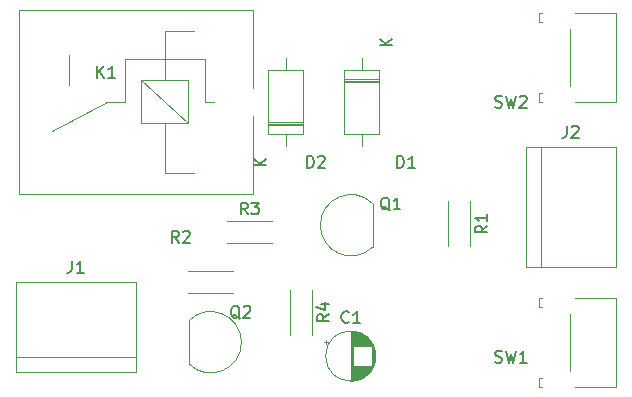
<source format=gbr>
%TF.GenerationSoftware,KiCad,Pcbnew,6.0.11+dfsg-1*%
%TF.CreationDate,2023-09-10T04:50:12+01:00*%
%TF.ProjectId,latch,6c617463-682e-46b6-9963-61645f706362,rev?*%
%TF.SameCoordinates,Original*%
%TF.FileFunction,Legend,Top*%
%TF.FilePolarity,Positive*%
%FSLAX46Y46*%
G04 Gerber Fmt 4.6, Leading zero omitted, Abs format (unit mm)*
G04 Created by KiCad (PCBNEW 6.0.11+dfsg-1) date 2023-09-10 04:50:12*
%MOMM*%
%LPD*%
G01*
G04 APERTURE LIST*
%ADD10C,0.150000*%
%ADD11C,0.120000*%
G04 APERTURE END LIST*
D10*
%TO.C,R2*%
X120483333Y-94432380D02*
X120150000Y-93956190D01*
X119911904Y-94432380D02*
X119911904Y-93432380D01*
X120292857Y-93432380D01*
X120388095Y-93480000D01*
X120435714Y-93527619D01*
X120483333Y-93622857D01*
X120483333Y-93765714D01*
X120435714Y-93860952D01*
X120388095Y-93908571D01*
X120292857Y-93956190D01*
X119911904Y-93956190D01*
X120864285Y-93527619D02*
X120911904Y-93480000D01*
X121007142Y-93432380D01*
X121245238Y-93432380D01*
X121340476Y-93480000D01*
X121388095Y-93527619D01*
X121435714Y-93622857D01*
X121435714Y-93718095D01*
X121388095Y-93860952D01*
X120816666Y-94432380D01*
X121435714Y-94432380D01*
%TO.C,D2*%
X131341904Y-88082380D02*
X131341904Y-87082380D01*
X131580000Y-87082380D01*
X131722857Y-87130000D01*
X131818095Y-87225238D01*
X131865714Y-87320476D01*
X131913333Y-87510952D01*
X131913333Y-87653809D01*
X131865714Y-87844285D01*
X131818095Y-87939523D01*
X131722857Y-88034761D01*
X131580000Y-88082380D01*
X131341904Y-88082380D01*
X132294285Y-87177619D02*
X132341904Y-87130000D01*
X132437142Y-87082380D01*
X132675238Y-87082380D01*
X132770476Y-87130000D01*
X132818095Y-87177619D01*
X132865714Y-87272857D01*
X132865714Y-87368095D01*
X132818095Y-87510952D01*
X132246666Y-88082380D01*
X132865714Y-88082380D01*
X127892380Y-87891904D02*
X126892380Y-87891904D01*
X127892380Y-87320476D02*
X127320952Y-87749047D01*
X126892380Y-87320476D02*
X127463809Y-87891904D01*
%TO.C,SW2*%
X147256666Y-82954761D02*
X147399523Y-83002380D01*
X147637619Y-83002380D01*
X147732857Y-82954761D01*
X147780476Y-82907142D01*
X147828095Y-82811904D01*
X147828095Y-82716666D01*
X147780476Y-82621428D01*
X147732857Y-82573809D01*
X147637619Y-82526190D01*
X147447142Y-82478571D01*
X147351904Y-82430952D01*
X147304285Y-82383333D01*
X147256666Y-82288095D01*
X147256666Y-82192857D01*
X147304285Y-82097619D01*
X147351904Y-82050000D01*
X147447142Y-82002380D01*
X147685238Y-82002380D01*
X147828095Y-82050000D01*
X148161428Y-82002380D02*
X148399523Y-83002380D01*
X148590000Y-82288095D01*
X148780476Y-83002380D01*
X149018571Y-82002380D01*
X149351904Y-82097619D02*
X149399523Y-82050000D01*
X149494761Y-82002380D01*
X149732857Y-82002380D01*
X149828095Y-82050000D01*
X149875714Y-82097619D01*
X149923333Y-82192857D01*
X149923333Y-82288095D01*
X149875714Y-82430952D01*
X149304285Y-83002380D01*
X149923333Y-83002380D01*
%TO.C,K1*%
X113561904Y-80462380D02*
X113561904Y-79462380D01*
X114133333Y-80462380D02*
X113704761Y-79890952D01*
X114133333Y-79462380D02*
X113561904Y-80033809D01*
X115085714Y-80462380D02*
X114514285Y-80462380D01*
X114800000Y-80462380D02*
X114800000Y-79462380D01*
X114704761Y-79605238D01*
X114609523Y-79700476D01*
X114514285Y-79748095D01*
%TO.C,D1*%
X138961904Y-88082380D02*
X138961904Y-87082380D01*
X139200000Y-87082380D01*
X139342857Y-87130000D01*
X139438095Y-87225238D01*
X139485714Y-87320476D01*
X139533333Y-87510952D01*
X139533333Y-87653809D01*
X139485714Y-87844285D01*
X139438095Y-87939523D01*
X139342857Y-88034761D01*
X139200000Y-88082380D01*
X138961904Y-88082380D01*
X140485714Y-88082380D02*
X139914285Y-88082380D01*
X140200000Y-88082380D02*
X140200000Y-87082380D01*
X140104761Y-87225238D01*
X140009523Y-87320476D01*
X139914285Y-87368095D01*
X138522380Y-77731904D02*
X137522380Y-77731904D01*
X138522380Y-77160476D02*
X137950952Y-77589047D01*
X137522380Y-77160476D02*
X138093809Y-77731904D01*
%TO.C,Q1*%
X138334761Y-91709736D02*
X138239523Y-91662117D01*
X138144285Y-91566878D01*
X138001428Y-91424021D01*
X137906190Y-91376402D01*
X137810952Y-91376402D01*
X137858571Y-91614497D02*
X137763333Y-91566878D01*
X137668095Y-91471640D01*
X137620476Y-91281164D01*
X137620476Y-90947831D01*
X137668095Y-90757355D01*
X137763333Y-90662117D01*
X137858571Y-90614497D01*
X138049047Y-90614497D01*
X138144285Y-90662117D01*
X138239523Y-90757355D01*
X138287142Y-90947831D01*
X138287142Y-91281164D01*
X138239523Y-91471640D01*
X138144285Y-91566878D01*
X138049047Y-91614497D01*
X137858571Y-91614497D01*
X139239523Y-91614497D02*
X138668095Y-91614497D01*
X138953809Y-91614497D02*
X138953809Y-90614497D01*
X138858571Y-90757355D01*
X138763333Y-90852593D01*
X138668095Y-90900212D01*
%TO.C,R1*%
X146602380Y-92996666D02*
X146126190Y-93330000D01*
X146602380Y-93568095D02*
X145602380Y-93568095D01*
X145602380Y-93187142D01*
X145650000Y-93091904D01*
X145697619Y-93044285D01*
X145792857Y-92996666D01*
X145935714Y-92996666D01*
X146030952Y-93044285D01*
X146078571Y-93091904D01*
X146126190Y-93187142D01*
X146126190Y-93568095D01*
X146602380Y-92044285D02*
X146602380Y-92615714D01*
X146602380Y-92330000D02*
X145602380Y-92330000D01*
X145745238Y-92425238D01*
X145840476Y-92520476D01*
X145888095Y-92615714D01*
%TO.C,C1*%
X134873333Y-101137142D02*
X134825714Y-101184761D01*
X134682857Y-101232380D01*
X134587619Y-101232380D01*
X134444761Y-101184761D01*
X134349523Y-101089523D01*
X134301904Y-100994285D01*
X134254285Y-100803809D01*
X134254285Y-100660952D01*
X134301904Y-100470476D01*
X134349523Y-100375238D01*
X134444761Y-100280000D01*
X134587619Y-100232380D01*
X134682857Y-100232380D01*
X134825714Y-100280000D01*
X134873333Y-100327619D01*
X135825714Y-101232380D02*
X135254285Y-101232380D01*
X135540000Y-101232380D02*
X135540000Y-100232380D01*
X135444761Y-100375238D01*
X135349523Y-100470476D01*
X135254285Y-100518095D01*
%TO.C,SW1*%
X147256666Y-104544761D02*
X147399523Y-104592380D01*
X147637619Y-104592380D01*
X147732857Y-104544761D01*
X147780476Y-104497142D01*
X147828095Y-104401904D01*
X147828095Y-104306666D01*
X147780476Y-104211428D01*
X147732857Y-104163809D01*
X147637619Y-104116190D01*
X147447142Y-104068571D01*
X147351904Y-104020952D01*
X147304285Y-103973333D01*
X147256666Y-103878095D01*
X147256666Y-103782857D01*
X147304285Y-103687619D01*
X147351904Y-103640000D01*
X147447142Y-103592380D01*
X147685238Y-103592380D01*
X147828095Y-103640000D01*
X148161428Y-103592380D02*
X148399523Y-104592380D01*
X148590000Y-103878095D01*
X148780476Y-104592380D01*
X149018571Y-103592380D01*
X149923333Y-104592380D02*
X149351904Y-104592380D01*
X149637619Y-104592380D02*
X149637619Y-103592380D01*
X149542380Y-103735238D01*
X149447142Y-103830476D01*
X149351904Y-103878095D01*
%TO.C,J1*%
X111426666Y-95972380D02*
X111426666Y-96686666D01*
X111379047Y-96829523D01*
X111283809Y-96924761D01*
X111140952Y-96972380D01*
X111045714Y-96972380D01*
X112426666Y-96972380D02*
X111855238Y-96972380D01*
X112140952Y-96972380D02*
X112140952Y-95972380D01*
X112045714Y-96115238D01*
X111950476Y-96210476D01*
X111855238Y-96258095D01*
%TO.C,J2*%
X153336666Y-84542380D02*
X153336666Y-85256666D01*
X153289047Y-85399523D01*
X153193809Y-85494761D01*
X153050952Y-85542380D01*
X152955714Y-85542380D01*
X153765238Y-84637619D02*
X153812857Y-84590000D01*
X153908095Y-84542380D01*
X154146190Y-84542380D01*
X154241428Y-84590000D01*
X154289047Y-84637619D01*
X154336666Y-84732857D01*
X154336666Y-84828095D01*
X154289047Y-84970952D01*
X153717619Y-85542380D01*
X154336666Y-85542380D01*
%TO.C,R4*%
X133182380Y-100496666D02*
X132706190Y-100830000D01*
X133182380Y-101068095D02*
X132182380Y-101068095D01*
X132182380Y-100687142D01*
X132230000Y-100591904D01*
X132277619Y-100544285D01*
X132372857Y-100496666D01*
X132515714Y-100496666D01*
X132610952Y-100544285D01*
X132658571Y-100591904D01*
X132706190Y-100687142D01*
X132706190Y-101068095D01*
X132515714Y-99639523D02*
X133182380Y-99639523D01*
X132134761Y-99877619D02*
X132849047Y-100115714D01*
X132849047Y-99496666D01*
%TO.C,Q2*%
X125634761Y-100877619D02*
X125539523Y-100830000D01*
X125444285Y-100734761D01*
X125301428Y-100591904D01*
X125206190Y-100544285D01*
X125110952Y-100544285D01*
X125158571Y-100782380D02*
X125063333Y-100734761D01*
X124968095Y-100639523D01*
X124920476Y-100449047D01*
X124920476Y-100115714D01*
X124968095Y-99925238D01*
X125063333Y-99830000D01*
X125158571Y-99782380D01*
X125349047Y-99782380D01*
X125444285Y-99830000D01*
X125539523Y-99925238D01*
X125587142Y-100115714D01*
X125587142Y-100449047D01*
X125539523Y-100639523D01*
X125444285Y-100734761D01*
X125349047Y-100782380D01*
X125158571Y-100782380D01*
X125968095Y-99877619D02*
X126015714Y-99830000D01*
X126110952Y-99782380D01*
X126349047Y-99782380D01*
X126444285Y-99830000D01*
X126491904Y-99877619D01*
X126539523Y-99972857D01*
X126539523Y-100068095D01*
X126491904Y-100210952D01*
X125920476Y-100782380D01*
X126539523Y-100782380D01*
%TO.C,R3*%
X126303333Y-92042380D02*
X125970000Y-91566190D01*
X125731904Y-92042380D02*
X125731904Y-91042380D01*
X126112857Y-91042380D01*
X126208095Y-91090000D01*
X126255714Y-91137619D01*
X126303333Y-91232857D01*
X126303333Y-91375714D01*
X126255714Y-91470952D01*
X126208095Y-91518571D01*
X126112857Y-91566190D01*
X125731904Y-91566190D01*
X126636666Y-91042380D02*
X127255714Y-91042380D01*
X126922380Y-91423333D01*
X127065238Y-91423333D01*
X127160476Y-91470952D01*
X127208095Y-91518571D01*
X127255714Y-91613809D01*
X127255714Y-91851904D01*
X127208095Y-91947142D01*
X127160476Y-91994761D01*
X127065238Y-92042380D01*
X126779523Y-92042380D01*
X126684285Y-91994761D01*
X126636666Y-91947142D01*
D11*
%TO.C,R2*%
X125110000Y-98710000D02*
X121270000Y-98710000D01*
X125110000Y-96870000D02*
X121270000Y-96870000D01*
%TO.C,D2*%
X128070000Y-79830000D02*
X128070000Y-85270000D01*
X128070000Y-85270000D02*
X131010000Y-85270000D01*
X131010000Y-79830000D02*
X128070000Y-79830000D01*
X131010000Y-85270000D02*
X131010000Y-79830000D01*
X128070000Y-84370000D02*
X131010000Y-84370000D01*
X128070000Y-84250000D02*
X131010000Y-84250000D01*
X129540000Y-78810000D02*
X129540000Y-79830000D01*
X129540000Y-86290000D02*
X129540000Y-85270000D01*
X128070000Y-84490000D02*
X131010000Y-84490000D01*
%TO.C,SW2*%
X151015000Y-81719999D02*
X151265000Y-81719999D01*
X157505000Y-74969999D02*
X154055000Y-74969999D01*
X151015000Y-82509999D02*
X151015000Y-81719999D01*
X151015000Y-75759999D02*
X151015000Y-74969999D01*
X157505000Y-82509999D02*
X157505000Y-74969999D01*
X154055000Y-82509999D02*
X157505000Y-82509999D01*
X151215000Y-74969999D02*
X151015000Y-74969999D01*
X151015000Y-75759999D02*
X151265000Y-75759999D01*
X151215000Y-82509999D02*
X151015000Y-82509999D01*
X153565000Y-76349999D02*
X153565000Y-81129999D01*
%TO.C,K1*%
X119290000Y-88500000D02*
X121790000Y-88500000D01*
X117290000Y-80700000D02*
X121290000Y-80700000D01*
X121790000Y-76500000D02*
X119290000Y-76500000D01*
X122690000Y-82500000D02*
X123490000Y-82500000D01*
X106940000Y-74750000D02*
X126740000Y-74750000D01*
X126740000Y-81350000D02*
X126740000Y-74750000D01*
X119290000Y-80700000D02*
X119290000Y-76500000D01*
X111190000Y-81050000D02*
X111190000Y-78550000D01*
X115890000Y-78900000D02*
X122690000Y-78900000D01*
X115890000Y-82500000D02*
X115890000Y-78900000D01*
X117290000Y-84300000D02*
X117290000Y-80700000D01*
X122690000Y-82500000D02*
X122690000Y-78900000D01*
X117290000Y-80700000D02*
X121290000Y-84300000D01*
X126740000Y-90350000D02*
X126740000Y-83750000D01*
X114390000Y-82500000D02*
X109790000Y-85000000D01*
X119290000Y-88500000D02*
X119290000Y-84300000D01*
X106940000Y-90350000D02*
X106940000Y-74750000D01*
X121290000Y-80700000D02*
X121290000Y-84300000D01*
X115890000Y-82500000D02*
X114390000Y-82500000D01*
X126740000Y-90350000D02*
X106940000Y-90350000D01*
X121290000Y-84300000D02*
X117290000Y-84300000D01*
%TO.C,D1*%
X134500000Y-85270000D02*
X137440000Y-85270000D01*
X137440000Y-80610000D02*
X134500000Y-80610000D01*
X135970000Y-86290000D02*
X135970000Y-85270000D01*
X137440000Y-79830000D02*
X134500000Y-79830000D01*
X137440000Y-85270000D02*
X137440000Y-79830000D01*
X134500000Y-79830000D02*
X134500000Y-85270000D01*
X137440000Y-80850000D02*
X134500000Y-80850000D01*
X135970000Y-78810000D02*
X135970000Y-79830000D01*
X137440000Y-80730000D02*
X134500000Y-80730000D01*
%TO.C,Q1*%
X136918648Y-94762117D02*
X136918648Y-91162117D01*
X132468647Y-92962117D02*
G75*
G03*
X136907126Y-94800595I2600001J0D01*
G01*
X136907126Y-91123639D02*
G75*
G03*
X132468648Y-92962117I-1838478J-1838478D01*
G01*
%TO.C,R1*%
X143310000Y-90910000D02*
X143310000Y-94750000D01*
X145150000Y-90910000D02*
X145150000Y-94750000D01*
%TO.C,C1*%
X136121000Y-104870000D02*
X136121000Y-105815000D01*
X135200000Y-101956000D02*
X135200000Y-106104000D01*
X136641000Y-102679000D02*
X136641000Y-103190000D01*
X136641000Y-104870000D02*
X136641000Y-105381000D01*
X136801000Y-102888000D02*
X136801000Y-103190000D01*
X135240000Y-104870000D02*
X135240000Y-106101000D01*
X135480000Y-104870000D02*
X135480000Y-106064000D01*
X136401000Y-102443000D02*
X136401000Y-103190000D01*
X136001000Y-104870000D02*
X136001000Y-105881000D01*
X135440000Y-104870000D02*
X135440000Y-106072000D01*
X136761000Y-104870000D02*
X136761000Y-105230000D01*
X135801000Y-102090000D02*
X135801000Y-103190000D01*
X132770199Y-102835000D02*
X133170199Y-102835000D01*
X135881000Y-102123000D02*
X135881000Y-103190000D01*
X136281000Y-102350000D02*
X136281000Y-103190000D01*
X135720000Y-104870000D02*
X135720000Y-105998000D01*
X135520000Y-104870000D02*
X135520000Y-106055000D01*
X136241000Y-102322000D02*
X136241000Y-103190000D01*
X135320000Y-104870000D02*
X135320000Y-106092000D01*
X136161000Y-104870000D02*
X136161000Y-105790000D01*
X135360000Y-101974000D02*
X135360000Y-103190000D01*
X135841000Y-102106000D02*
X135841000Y-103190000D01*
X136681000Y-102726000D02*
X136681000Y-103190000D01*
X136521000Y-102552000D02*
X136521000Y-103190000D01*
X135680000Y-104870000D02*
X135680000Y-106012000D01*
X135600000Y-104870000D02*
X135600000Y-106035000D01*
X136161000Y-102270000D02*
X136161000Y-103190000D01*
X136201000Y-102295000D02*
X136201000Y-103190000D01*
X135160000Y-101953000D02*
X135160000Y-106107000D01*
X136401000Y-104870000D02*
X136401000Y-105617000D01*
X135280000Y-101963000D02*
X135280000Y-103190000D01*
X135560000Y-104870000D02*
X135560000Y-106046000D01*
X136441000Y-104870000D02*
X136441000Y-105582000D01*
X135640000Y-102036000D02*
X135640000Y-103190000D01*
X136601000Y-104870000D02*
X136601000Y-105426000D01*
X135720000Y-102062000D02*
X135720000Y-103190000D01*
X136041000Y-104870000D02*
X136041000Y-105860000D01*
X136361000Y-104870000D02*
X136361000Y-105649000D01*
X135280000Y-104870000D02*
X135280000Y-106097000D01*
X136961000Y-103171000D02*
X136961000Y-104889000D01*
X136441000Y-102478000D02*
X136441000Y-103190000D01*
X135400000Y-104870000D02*
X135400000Y-106080000D01*
X135360000Y-104870000D02*
X135360000Y-106086000D01*
X135841000Y-104870000D02*
X135841000Y-105954000D01*
X135640000Y-104870000D02*
X135640000Y-106024000D01*
X135881000Y-104870000D02*
X135881000Y-105937000D01*
X135680000Y-102048000D02*
X135680000Y-103190000D01*
X135961000Y-104870000D02*
X135961000Y-105900000D01*
X136001000Y-102179000D02*
X136001000Y-103190000D01*
X137001000Y-103262000D02*
X137001000Y-104798000D01*
X136281000Y-104870000D02*
X136281000Y-105710000D01*
X137081000Y-103493000D02*
X137081000Y-104567000D01*
X135480000Y-101996000D02*
X135480000Y-103190000D01*
X136721000Y-104870000D02*
X136721000Y-105284000D01*
X135240000Y-101959000D02*
X135240000Y-103190000D01*
X135921000Y-102141000D02*
X135921000Y-103190000D01*
X135600000Y-102025000D02*
X135600000Y-103190000D01*
X136481000Y-104870000D02*
X136481000Y-105546000D01*
X135801000Y-104870000D02*
X135801000Y-105970000D01*
X135761000Y-102076000D02*
X135761000Y-103190000D01*
X136481000Y-102514000D02*
X136481000Y-103190000D01*
X135400000Y-101980000D02*
X135400000Y-103190000D01*
X136121000Y-102245000D02*
X136121000Y-103190000D01*
X136841000Y-102950000D02*
X136841000Y-103190000D01*
X136081000Y-102222000D02*
X136081000Y-103190000D01*
X136721000Y-102776000D02*
X136721000Y-103190000D01*
X136321000Y-104870000D02*
X136321000Y-105680000D01*
X136561000Y-104870000D02*
X136561000Y-105468000D01*
X136241000Y-104870000D02*
X136241000Y-105738000D01*
X135921000Y-104870000D02*
X135921000Y-105919000D01*
X135080000Y-101950000D02*
X135080000Y-106110000D01*
X135440000Y-101988000D02*
X135440000Y-103190000D01*
X135520000Y-102005000D02*
X135520000Y-103190000D01*
X136881000Y-103017000D02*
X136881000Y-105043000D01*
X135120000Y-101951000D02*
X135120000Y-106109000D01*
X135040000Y-101950000D02*
X135040000Y-106110000D01*
X136201000Y-104870000D02*
X136201000Y-105765000D01*
X136521000Y-104870000D02*
X136521000Y-105508000D01*
X135560000Y-102014000D02*
X135560000Y-103190000D01*
X135320000Y-101968000D02*
X135320000Y-103190000D01*
X136601000Y-102634000D02*
X136601000Y-103190000D01*
X136801000Y-104870000D02*
X136801000Y-105172000D01*
X136361000Y-102411000D02*
X136361000Y-103190000D01*
X135761000Y-104870000D02*
X135761000Y-105984000D01*
X136041000Y-102200000D02*
X136041000Y-103190000D01*
X136561000Y-102592000D02*
X136561000Y-103190000D01*
X137041000Y-103366000D02*
X137041000Y-104694000D01*
X136681000Y-104870000D02*
X136681000Y-105334000D01*
X135961000Y-102160000D02*
X135961000Y-103190000D01*
X136921000Y-103090000D02*
X136921000Y-104970000D01*
X137121000Y-103660000D02*
X137121000Y-104400000D01*
X136321000Y-102380000D02*
X136321000Y-103190000D01*
X136081000Y-104870000D02*
X136081000Y-105838000D01*
X132970199Y-102635000D02*
X132970199Y-103035000D01*
X136761000Y-102830000D02*
X136761000Y-103190000D01*
X136841000Y-104870000D02*
X136841000Y-105110000D01*
X137160000Y-104030000D02*
G75*
G03*
X137160000Y-104030000I-2120000J0D01*
G01*
%TO.C,SW1*%
X154055000Y-106639998D02*
X157505000Y-106639998D01*
X151015000Y-105849998D02*
X151265000Y-105849998D01*
X157505000Y-106639998D02*
X157505000Y-99099998D01*
X151215000Y-99099998D02*
X151015000Y-99099998D01*
X153565000Y-100479998D02*
X153565000Y-105259998D01*
X157505000Y-99099998D02*
X154055000Y-99099998D01*
X151215000Y-106639998D02*
X151015000Y-106639998D01*
X151015000Y-106639998D02*
X151015000Y-105849998D01*
X151015000Y-99889998D02*
X151265000Y-99889998D01*
X151015000Y-99889998D02*
X151015000Y-99099998D01*
%TO.C,J1*%
X106680000Y-105410000D02*
X116840000Y-105410000D01*
X116840000Y-97790000D02*
X106680000Y-97790000D01*
X116840000Y-104140000D02*
X106680000Y-104140000D01*
X116840000Y-105410000D02*
X116840000Y-97790000D01*
X106680000Y-97790000D02*
X106680000Y-105410000D01*
%TO.C,J2*%
X157480000Y-86360000D02*
X149860000Y-86360000D01*
X157480000Y-96520000D02*
X157480000Y-86360000D01*
X151130000Y-96520000D02*
X151130000Y-86360000D01*
X149860000Y-96520000D02*
X157480000Y-96520000D01*
X149860000Y-86360000D02*
X149860000Y-96520000D01*
%TO.C,R4*%
X131730000Y-98410000D02*
X131730000Y-102250000D01*
X129890000Y-98410000D02*
X129890000Y-102250000D01*
%TO.C,Q2*%
X121340000Y-101070000D02*
X121340000Y-104670000D01*
X121351522Y-104708478D02*
G75*
G03*
X125790000Y-102870000I1838478J1838478D01*
G01*
X125790001Y-102870000D02*
G75*
G03*
X121351522Y-101031522I-2600001J0D01*
G01*
%TO.C,R3*%
X124550000Y-92590000D02*
X128390000Y-92590000D01*
X124550000Y-94430000D02*
X128390000Y-94430000D01*
%TD*%
M02*

</source>
